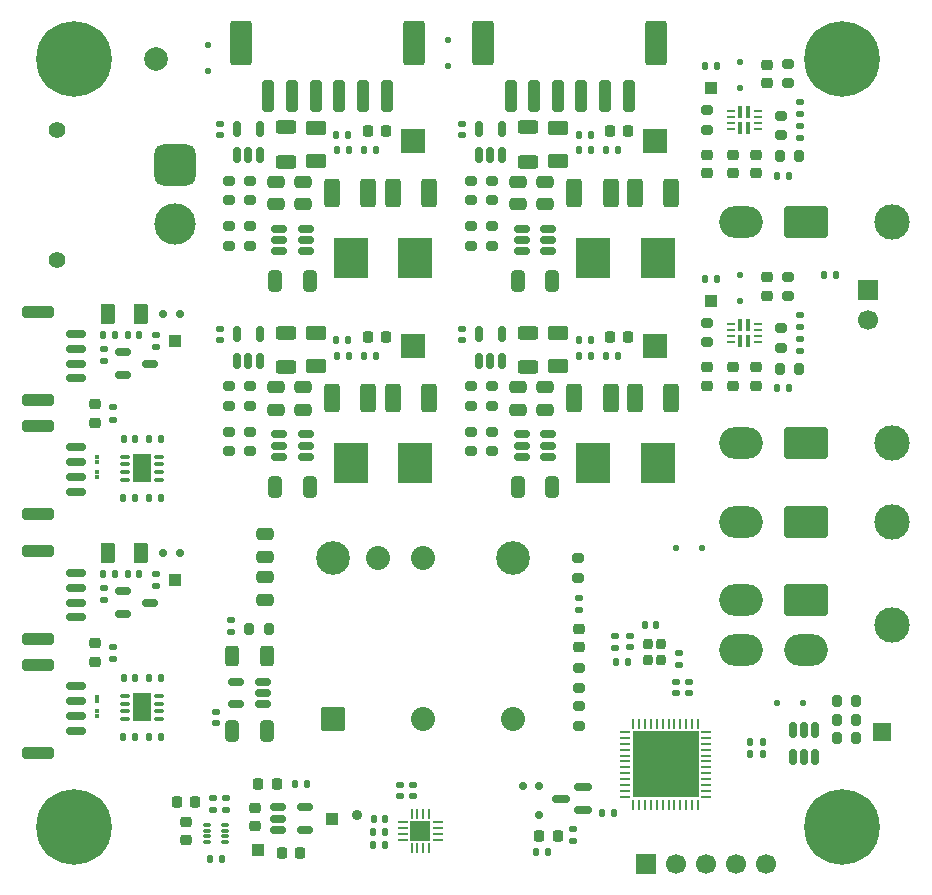
<source format=gbr>
%TF.GenerationSoftware,KiCad,Pcbnew,9.0.6*%
%TF.CreationDate,2026-01-12T10:20:26-08:00*%
%TF.ProjectId,vrb,7672622e-6b69-4636-9164-5f7063625858,rev?*%
%TF.SameCoordinates,Original*%
%TF.FileFunction,Soldermask,Top*%
%TF.FilePolarity,Negative*%
%FSLAX46Y46*%
G04 Gerber Fmt 4.6, Leading zero omitted, Abs format (unit mm)*
G04 Created by KiCad (PCBNEW 9.0.6) date 2026-01-12 10:20:26*
%MOMM*%
%LPD*%
G01*
G04 APERTURE LIST*
G04 Aperture macros list*
%AMRoundRect*
0 Rectangle with rounded corners*
0 $1 Rounding radius*
0 $2 $3 $4 $5 $6 $7 $8 $9 X,Y pos of 4 corners*
0 Add a 4 corners polygon primitive as box body*
4,1,4,$2,$3,$4,$5,$6,$7,$8,$9,$2,$3,0*
0 Add four circle primitives for the rounded corners*
1,1,$1+$1,$2,$3*
1,1,$1+$1,$4,$5*
1,1,$1+$1,$6,$7*
1,1,$1+$1,$8,$9*
0 Add four rect primitives between the rounded corners*
20,1,$1+$1,$2,$3,$4,$5,0*
20,1,$1+$1,$4,$5,$6,$7,0*
20,1,$1+$1,$6,$7,$8,$9,0*
20,1,$1+$1,$8,$9,$2,$3,0*%
G04 Aperture macros list end*
%ADD10RoundRect,0.218750X-0.218750X-0.256250X0.218750X-0.256250X0.218750X0.256250X-0.218750X0.256250X0*%
%ADD11C,2.000000*%
%ADD12C,0.800000*%
%ADD13C,6.400000*%
%ADD14RoundRect,0.250000X0.250000X1.100000X-0.250000X1.100000X-0.250000X-1.100000X0.250000X-1.100000X0*%
%ADD15RoundRect,0.250000X0.650000X1.650000X-0.650000X1.650000X-0.650000X-1.650000X0.650000X-1.650000X0*%
%ADD16RoundRect,0.150000X-0.150000X-0.200000X0.150000X-0.200000X0.150000X0.200000X-0.150000X0.200000X0*%
%ADD17RoundRect,0.200000X-0.275000X0.200000X-0.275000X-0.200000X0.275000X-0.200000X0.275000X0.200000X0*%
%ADD18RoundRect,0.135000X0.135000X0.185000X-0.135000X0.185000X-0.135000X-0.185000X0.135000X-0.185000X0*%
%ADD19RoundRect,0.250000X-0.475000X0.250000X-0.475000X-0.250000X0.475000X-0.250000X0.475000X0.250000X0*%
%ADD20R,1.000000X1.000000*%
%ADD21RoundRect,0.135000X0.185000X-0.135000X0.185000X0.135000X-0.185000X0.135000X-0.185000X-0.135000X0*%
%ADD22RoundRect,0.135000X-0.135000X-0.185000X0.135000X-0.185000X0.135000X0.185000X-0.135000X0.185000X0*%
%ADD23RoundRect,0.125000X0.125000X-0.125000X0.125000X0.125000X-0.125000X0.125000X-0.125000X-0.125000X0*%
%ADD24RoundRect,0.250000X0.625000X-0.312500X0.625000X0.312500X-0.625000X0.312500X-0.625000X-0.312500X0*%
%ADD25RoundRect,0.140000X0.170000X-0.140000X0.170000X0.140000X-0.170000X0.140000X-0.170000X-0.140000X0*%
%ADD26RoundRect,0.150000X0.150000X-0.512500X0.150000X0.512500X-0.150000X0.512500X-0.150000X-0.512500X0*%
%ADD27RoundRect,0.135000X-0.185000X0.135000X-0.185000X-0.135000X0.185000X-0.135000X0.185000X0.135000X0*%
%ADD28RoundRect,0.200000X0.275000X-0.200000X0.275000X0.200000X-0.275000X0.200000X-0.275000X-0.200000X0*%
%ADD29RoundRect,0.250000X-0.420000X-0.945000X0.420000X-0.945000X0.420000X0.945000X-0.420000X0.945000X0*%
%ADD30RoundRect,0.250000X-0.325000X-0.650000X0.325000X-0.650000X0.325000X0.650000X-0.325000X0.650000X0*%
%ADD31RoundRect,0.140000X-0.140000X-0.170000X0.140000X-0.170000X0.140000X0.170000X-0.140000X0.170000X0*%
%ADD32RoundRect,0.200000X-0.200000X-0.275000X0.200000X-0.275000X0.200000X0.275000X-0.200000X0.275000X0*%
%ADD33RoundRect,0.150000X-0.700000X0.150000X-0.700000X-0.150000X0.700000X-0.150000X0.700000X0.150000X0*%
%ADD34RoundRect,0.250000X-1.100000X0.250000X-1.100000X-0.250000X1.100000X-0.250000X1.100000X0.250000X0*%
%ADD35RoundRect,0.075000X0.350000X0.075000X-0.350000X0.075000X-0.350000X-0.075000X0.350000X-0.075000X0*%
%ADD36R,1.600000X2.400000*%
%ADD37R,2.000000X2.000000*%
%ADD38RoundRect,0.250000X0.475000X-0.250000X0.475000X0.250000X-0.475000X0.250000X-0.475000X-0.250000X0*%
%ADD39RoundRect,0.218750X-0.256250X0.218750X-0.256250X-0.218750X0.256250X-0.218750X0.256250X0.218750X0*%
%ADD40RoundRect,0.150000X-0.512500X-0.150000X0.512500X-0.150000X0.512500X0.150000X-0.512500X0.150000X0*%
%ADD41RoundRect,0.050000X-0.140000X-0.100000X0.140000X-0.100000X0.140000X0.100000X-0.140000X0.100000X0*%
%ADD42RoundRect,0.140000X-0.170000X0.140000X-0.170000X-0.140000X0.170000X-0.140000X0.170000X0.140000X0*%
%ADD43RoundRect,0.225000X-0.250000X0.225000X-0.250000X-0.225000X0.250000X-0.225000X0.250000X0.225000X0*%
%ADD44RoundRect,0.140000X0.140000X0.170000X-0.140000X0.170000X-0.140000X-0.170000X0.140000X-0.170000X0*%
%ADD45C,3.000000*%
%ADD46RoundRect,0.250001X-1.599999X1.099999X-1.599999X-1.099999X1.599999X-1.099999X1.599999X1.099999X0*%
%ADD47O,3.700000X2.700000*%
%ADD48RoundRect,0.250000X-0.625000X0.375000X-0.625000X-0.375000X0.625000X-0.375000X0.625000X0.375000X0*%
%ADD49RoundRect,0.250000X0.420000X0.945000X-0.420000X0.945000X-0.420000X-0.945000X0.420000X-0.945000X0*%
%ADD50RoundRect,0.150000X0.587500X0.150000X-0.587500X0.150000X-0.587500X-0.150000X0.587500X-0.150000X0*%
%ADD51RoundRect,0.125000X0.125000X0.125000X-0.125000X0.125000X-0.125000X-0.125000X0.125000X-0.125000X0*%
%ADD52RoundRect,0.062500X-0.062500X0.375000X-0.062500X-0.375000X0.062500X-0.375000X0.062500X0.375000X0*%
%ADD53RoundRect,0.062500X-0.375000X0.062500X-0.375000X-0.062500X0.375000X-0.062500X0.375000X0.062500X0*%
%ADD54R,5.600000X5.600000*%
%ADD55RoundRect,0.225000X0.250000X-0.225000X0.250000X0.225000X-0.250000X0.225000X-0.250000X-0.225000X0*%
%ADD56RoundRect,0.125000X-0.125000X-0.125000X0.125000X-0.125000X0.125000X0.125000X-0.125000X0.125000X0*%
%ADD57RoundRect,0.150000X-0.150000X0.512500X-0.150000X-0.512500X0.150000X-0.512500X0.150000X0.512500X0*%
%ADD58R,2.950000X3.500000*%
%ADD59RoundRect,0.218750X0.218750X0.256250X-0.218750X0.256250X-0.218750X-0.256250X0.218750X-0.256250X0*%
%ADD60RoundRect,0.218750X0.256250X-0.218750X0.256250X0.218750X-0.256250X0.218750X-0.256250X-0.218750X0*%
%ADD61RoundRect,0.250000X-0.375000X-0.625000X0.375000X-0.625000X0.375000X0.625000X-0.375000X0.625000X0*%
%ADD62RoundRect,0.050000X0.285000X0.100000X-0.285000X0.100000X-0.285000X-0.100000X0.285000X-0.100000X0*%
%ADD63RoundRect,0.100000X0.100000X-0.425000X0.100000X0.425000X-0.100000X0.425000X-0.100000X-0.425000X0*%
%ADD64RoundRect,0.050000X0.250000X-0.050000X0.250000X0.050000X-0.250000X0.050000X-0.250000X-0.050000X0*%
%ADD65R,1.500000X1.500000*%
%ADD66R,1.700000X1.700000*%
%ADD67C,1.700000*%
%ADD68RoundRect,0.225000X0.225000X0.250000X-0.225000X0.250000X-0.225000X-0.250000X0.225000X-0.250000X0*%
%ADD69RoundRect,0.200000X0.200000X0.275000X-0.200000X0.275000X-0.200000X-0.275000X0.200000X-0.275000X0*%
%ADD70RoundRect,0.062500X0.355000X0.062500X-0.355000X0.062500X-0.355000X-0.062500X0.355000X-0.062500X0*%
%ADD71RoundRect,0.062500X0.062500X0.355000X-0.062500X0.355000X-0.062500X-0.355000X0.062500X-0.355000X0*%
%ADD72R,1.680000X1.680000*%
%ADD73RoundRect,0.150000X0.150000X0.200000X-0.150000X0.200000X-0.150000X-0.200000X0.150000X-0.200000X0*%
%ADD74RoundRect,0.200000X0.200000X-0.250000X0.200000X0.250000X-0.200000X0.250000X-0.200000X-0.250000X0*%
%ADD75RoundRect,0.150000X0.512500X0.150000X-0.512500X0.150000X-0.512500X-0.150000X0.512500X-0.150000X0*%
%ADD76RoundRect,0.102000X0.915000X-0.915000X0.915000X0.915000X-0.915000X0.915000X-0.915000X-0.915000X0*%
%ADD77C,2.034000*%
%ADD78C,2.859000*%
%ADD79RoundRect,0.225000X-0.225000X-0.250000X0.225000X-0.250000X0.225000X0.250000X-0.225000X0.250000X0*%
%ADD80RoundRect,0.250000X0.312500X0.625000X-0.312500X0.625000X-0.312500X-0.625000X0.312500X-0.625000X0*%
%ADD81C,1.400000*%
%ADD82RoundRect,0.770000X0.980000X-0.980000X0.980000X0.980000X-0.980000X0.980000X-0.980000X-0.980000X0*%
%ADD83C,3.500000*%
%ADD84C,0.889000*%
%ADD85C,0.711200*%
G04 APERTURE END LIST*
D10*
%TO.C,D4*%
X102875000Y-71100000D03*
X104450000Y-71100000D03*
%TD*%
D11*
%TO.C,TP12*%
X85000000Y-65000000D03*
%TD*%
D12*
%TO.C,H3*%
X140600000Y-130000000D03*
X141302944Y-128302944D03*
X141302944Y-131697056D03*
X143000000Y-127600000D03*
D13*
X143000000Y-130000000D03*
D12*
X143000000Y-132400000D03*
X144697056Y-128302944D03*
X144697056Y-131697056D03*
X145400000Y-130000000D03*
%TD*%
D14*
%TO.C,J6*%
X124975000Y-68100000D03*
X122975000Y-68100000D03*
X120975000Y-68100000D03*
X118975000Y-68100000D03*
X116975000Y-68100000D03*
X114975000Y-68100000D03*
D15*
X127325000Y-63650000D03*
X112625000Y-63650000D03*
%TD*%
D16*
%TO.C,D19*%
X86986842Y-86542000D03*
X85586842Y-86542000D03*
%TD*%
D17*
%TO.C,R64*%
X138450000Y-65392500D03*
X138450000Y-67042500D03*
%TD*%
D18*
%TO.C,R56*%
X132460000Y-83620000D03*
X131440000Y-83620000D03*
%TD*%
D19*
%TO.C,C6*%
X95125000Y-75380000D03*
X95125000Y-77280000D03*
%TD*%
D20*
%TO.C,TP5*%
X86581842Y-109070000D03*
%TD*%
D21*
%TO.C,R50*%
X120750000Y-111610000D03*
X120750000Y-110590000D03*
%TD*%
D22*
%TO.C,R24*%
X120755000Y-90100000D03*
X121775000Y-90100000D03*
%TD*%
D23*
%TO.C,D13*%
X134400000Y-67437500D03*
X134400000Y-65237500D03*
%TD*%
D22*
%TO.C,R16*%
X120755000Y-72700000D03*
X121775000Y-72700000D03*
%TD*%
D24*
%TO.C,R23*%
X116475000Y-91062500D03*
X116475000Y-88137500D03*
%TD*%
D25*
%TO.C,C39*%
X130100000Y-118660000D03*
X130100000Y-117700000D03*
%TD*%
D26*
%TO.C,U4*%
X91825000Y-73137500D03*
X92775000Y-73137500D03*
X93725000Y-73137500D03*
X93725000Y-70862500D03*
X91825000Y-70862500D03*
%TD*%
D23*
%TO.C,D12*%
X134400000Y-85450000D03*
X134400000Y-83250000D03*
%TD*%
D27*
%TO.C,R74*%
X90885000Y-127535000D03*
X90885000Y-128555000D03*
%TD*%
D14*
%TO.C,J5*%
X104475000Y-68100000D03*
X102475000Y-68100000D03*
X100475000Y-68100000D03*
X98475000Y-68100000D03*
X96475000Y-68100000D03*
X94475000Y-68100000D03*
D15*
X106825000Y-63650000D03*
X92125000Y-63650000D03*
%TD*%
D28*
%TO.C,R10*%
X91125000Y-76935000D03*
X91125000Y-75285000D03*
%TD*%
D29*
%TO.C,C7*%
X105000000Y-76300000D03*
X108080000Y-76300000D03*
%TD*%
D17*
%TO.C,R55*%
X131650000Y-87325000D03*
X131650000Y-88975000D03*
%TD*%
D30*
%TO.C,C27*%
X91406474Y-121850000D03*
X94356474Y-121850000D03*
%TD*%
D10*
%TO.C,D6*%
X123375000Y-88500000D03*
X124950000Y-88500000D03*
%TD*%
D25*
%TO.C,C57*%
X125050000Y-114780000D03*
X125050000Y-113820000D03*
%TD*%
D31*
%TO.C,C25*%
X82212500Y-97156000D03*
X83172500Y-97156000D03*
%TD*%
D32*
%TO.C,R48*%
X92850000Y-113200000D03*
X94500000Y-113200000D03*
%TD*%
D28*
%TO.C,R21*%
X113425000Y-80775000D03*
X113425000Y-79125000D03*
%TD*%
D33*
%TO.C,J9*%
X78180000Y-97856000D03*
X78180000Y-99106000D03*
X78180000Y-100356000D03*
X78180000Y-101606000D03*
D34*
X74980000Y-96006000D03*
X74980000Y-103456000D03*
%TD*%
D28*
%TO.C,R34*%
X91125000Y-94335000D03*
X91125000Y-92685000D03*
%TD*%
D18*
%TO.C,R47*%
X136310000Y-123800000D03*
X135290000Y-123800000D03*
%TD*%
D25*
%TO.C,C38*%
X129000000Y-118660000D03*
X129000000Y-117700000D03*
%TD*%
D35*
%TO.C,U2*%
X85242500Y-120850000D03*
X85242500Y-120200000D03*
X85242500Y-119550000D03*
X85242500Y-118900000D03*
X82342500Y-118900000D03*
X82342500Y-119550000D03*
X82342500Y-120200000D03*
X82342500Y-120850000D03*
D36*
X83792500Y-119875000D03*
%TD*%
D37*
%TO.C,TP2*%
X127225000Y-71900000D03*
%TD*%
D27*
%TO.C,R67*%
X139450000Y-68612500D03*
X139450000Y-69632500D03*
%TD*%
%TO.C,R53*%
X139450000Y-86625000D03*
X139450000Y-87645000D03*
%TD*%
D38*
%TO.C,C14*%
X117875000Y-94680000D03*
X117875000Y-92780000D03*
%TD*%
D19*
%TO.C,C21*%
X95125000Y-92780000D03*
X95125000Y-94680000D03*
%TD*%
D26*
%TO.C,U8*%
X112325000Y-90537500D03*
X113275000Y-90537500D03*
X114225000Y-90537500D03*
X114225000Y-88262500D03*
X112325000Y-88262500D03*
%TD*%
D39*
%TO.C,D11*%
X120751474Y-113212500D03*
X120751474Y-114787500D03*
%TD*%
D30*
%TO.C,C15*%
X115575000Y-101200000D03*
X118525000Y-101200000D03*
%TD*%
D40*
%TO.C,U3*%
X95412500Y-79350000D03*
X95412500Y-80300000D03*
X95412500Y-81250000D03*
X97687500Y-81250000D03*
X97687500Y-80300000D03*
X97687500Y-79350000D03*
%TD*%
D21*
%TO.C,R49*%
X81280000Y-95498500D03*
X81280000Y-94478500D03*
%TD*%
D31*
%TO.C,C1*%
X82600000Y-108600000D03*
X83560000Y-108600000D03*
%TD*%
D18*
%TO.C,R61*%
X132460000Y-65607500D03*
X131440000Y-65607500D03*
%TD*%
D17*
%TO.C,R54*%
X138450000Y-83405000D03*
X138450000Y-85055000D03*
%TD*%
D21*
%TO.C,R6*%
X81280000Y-115742500D03*
X81280000Y-114722500D03*
%TD*%
D29*
%TO.C,C18*%
X125500000Y-93700000D03*
X128580000Y-93700000D03*
%TD*%
D27*
%TO.C,R4*%
X80520000Y-109780000D03*
X80520000Y-110800000D03*
%TD*%
D28*
%TO.C,R58*%
X137850000Y-89435000D03*
X137850000Y-87785000D03*
%TD*%
D31*
%TO.C,C2*%
X82212500Y-117400000D03*
X83172500Y-117400000D03*
%TD*%
D41*
%TO.C,D9*%
X79986842Y-99956000D03*
X79986842Y-100356000D03*
%TD*%
D42*
%TO.C,C50*%
X90400000Y-87840000D03*
X90400000Y-88800000D03*
%TD*%
D28*
%TO.C,R29*%
X113425000Y-98175000D03*
X113425000Y-96525000D03*
%TD*%
%TO.C,R18*%
X111625000Y-76935000D03*
X111625000Y-75285000D03*
%TD*%
D43*
%TO.C,C45*%
X87485000Y-129570000D03*
X87485000Y-131120000D03*
%TD*%
D18*
%TO.C,R60*%
X138560000Y-92860000D03*
X137540000Y-92860000D03*
%TD*%
D44*
%TO.C,C44*%
X104345000Y-129300000D03*
X103385000Y-129300000D03*
%TD*%
D10*
%TO.C,D20*%
X117412500Y-130750000D03*
X118987500Y-130750000D03*
%TD*%
D40*
%TO.C,U7*%
X115912500Y-96750000D03*
X115912500Y-97700000D03*
X115912500Y-98650000D03*
X118187500Y-98650000D03*
X118187500Y-97700000D03*
X118187500Y-96750000D03*
%TD*%
D45*
%TO.C,J4*%
X147300000Y-78800000D03*
D46*
X140000000Y-78800000D03*
D47*
X134500000Y-78800000D03*
%TD*%
D48*
%TO.C,F5*%
X98475000Y-88200000D03*
X98475000Y-91000000D03*
%TD*%
D20*
%TO.C,TP6*%
X131950000Y-85450000D03*
%TD*%
%TO.C,TP7*%
X131950000Y-67437500D03*
%TD*%
D45*
%TO.C,J10*%
X147300000Y-112919758D03*
D46*
X140000000Y-110819758D03*
D47*
X140000000Y-115019758D03*
X134500000Y-110819758D03*
X134500000Y-115019758D03*
%TD*%
D49*
%TO.C,C17*%
X123440000Y-93700000D03*
X120360000Y-93700000D03*
%TD*%
D19*
%TO.C,C29*%
X94175000Y-108850000D03*
X94175000Y-110750000D03*
%TD*%
%TO.C,C11*%
X115625000Y-75380000D03*
X115625000Y-77280000D03*
%TD*%
D43*
%TO.C,C34*%
X135720000Y-73062500D03*
X135720000Y-74612500D03*
%TD*%
D17*
%TO.C,R14*%
X91125000Y-79125000D03*
X91125000Y-80775000D03*
%TD*%
D42*
%TO.C,C47*%
X90400000Y-70440000D03*
X90400000Y-71400000D03*
%TD*%
D28*
%TO.C,R13*%
X92925000Y-80775000D03*
X92925000Y-79125000D03*
%TD*%
D19*
%TO.C,C16*%
X115625000Y-92780000D03*
X115625000Y-94680000D03*
%TD*%
D50*
%TO.C,Q3*%
X121137500Y-128550000D03*
X121137500Y-126650000D03*
X119262500Y-127600000D03*
%TD*%
D28*
%TO.C,R51*%
X120751474Y-121425000D03*
X120751474Y-119775000D03*
%TD*%
D51*
%TO.C,D21*%
X131200000Y-106400000D03*
X129000000Y-106400000D03*
%TD*%
D38*
%TO.C,C9*%
X117875000Y-77280000D03*
X117875000Y-75380000D03*
%TD*%
D40*
%TO.C,Q1*%
X82142500Y-110050000D03*
X82142500Y-111950000D03*
X84417500Y-111000000D03*
%TD*%
D45*
%TO.C,J13*%
X147300000Y-104200000D03*
D46*
X140000000Y-104200000D03*
D47*
X134500000Y-104200000D03*
%TD*%
D17*
%TO.C,R9*%
X92925000Y-75285000D03*
X92925000Y-76935000D03*
%TD*%
D52*
%TO.C,U1*%
X130850000Y-121262500D03*
X130350000Y-121262500D03*
X129850000Y-121262500D03*
X129350000Y-121262500D03*
X128850000Y-121262500D03*
X128350000Y-121262500D03*
X127850000Y-121262500D03*
X127350000Y-121262500D03*
X126850000Y-121262500D03*
X126350000Y-121262500D03*
X125850000Y-121262500D03*
X125350000Y-121262500D03*
D53*
X124662500Y-121950000D03*
X124662500Y-122450000D03*
X124662500Y-122950000D03*
X124662500Y-123450000D03*
X124662500Y-123950000D03*
X124662500Y-124450000D03*
X124662500Y-124950000D03*
X124662500Y-125450000D03*
X124662500Y-125950000D03*
X124662500Y-126450000D03*
X124662500Y-126950000D03*
X124662500Y-127450000D03*
D52*
X125350000Y-128137500D03*
X125850000Y-128137500D03*
X126350000Y-128137500D03*
X126850000Y-128137500D03*
X127350000Y-128137500D03*
X127850000Y-128137500D03*
X128350000Y-128137500D03*
X128850000Y-128137500D03*
X129350000Y-128137500D03*
X129850000Y-128137500D03*
X130350000Y-128137500D03*
X130850000Y-128137500D03*
D53*
X131537500Y-127450000D03*
X131537500Y-126950000D03*
X131537500Y-126450000D03*
X131537500Y-125950000D03*
X131537500Y-125450000D03*
X131537500Y-124950000D03*
X131537500Y-124450000D03*
X131537500Y-123950000D03*
X131537500Y-123450000D03*
X131537500Y-122950000D03*
X131537500Y-122450000D03*
X131537500Y-121950000D03*
D54*
X128100000Y-124700000D03*
%TD*%
D17*
%TO.C,R33*%
X92925000Y-92685000D03*
X92925000Y-94335000D03*
%TD*%
D32*
%TO.C,R82*%
X142575000Y-120900000D03*
X144225000Y-120900000D03*
%TD*%
D43*
%TO.C,C36*%
X133780000Y-73062500D03*
X133780000Y-74612500D03*
%TD*%
D41*
%TO.C,D1*%
X79986842Y-118950000D03*
X79986842Y-119350000D03*
%TD*%
D17*
%TO.C,R30*%
X111625000Y-96525000D03*
X111625000Y-98175000D03*
%TD*%
D55*
%TO.C,C30*%
X136650000Y-85005000D03*
X136650000Y-83455000D03*
%TD*%
D17*
%TO.C,R17*%
X113425000Y-75285000D03*
X113425000Y-76935000D03*
%TD*%
D32*
%TO.C,R59*%
X137775000Y-91235000D03*
X139425000Y-91235000D03*
%TD*%
D28*
%TO.C,R62*%
X137850000Y-71422500D03*
X137850000Y-69772500D03*
%TD*%
D22*
%TO.C,R70*%
X96740000Y-126370000D03*
X97760000Y-126370000D03*
%TD*%
D20*
%TO.C,TP9*%
X93600000Y-131930000D03*
%TD*%
D27*
%TO.C,R44*%
X91300000Y-112490000D03*
X91300000Y-113510000D03*
%TD*%
D22*
%TO.C,R39*%
X80470000Y-88356000D03*
X81490000Y-88356000D03*
%TD*%
D18*
%TO.C,R66*%
X138560000Y-74847500D03*
X137540000Y-74847500D03*
%TD*%
D56*
%TO.C,D14*%
X137550000Y-119500000D03*
X139750000Y-119500000D03*
%TD*%
D55*
%TO.C,C33*%
X136650000Y-66992500D03*
X136650000Y-65442500D03*
%TD*%
D22*
%TO.C,R46*%
X84362500Y-102156000D03*
X85382500Y-102156000D03*
%TD*%
D48*
%TO.C,F2*%
X98475000Y-70800000D03*
X98475000Y-73600000D03*
%TD*%
D22*
%TO.C,R12*%
X102562500Y-72700000D03*
X103582500Y-72700000D03*
%TD*%
D43*
%TO.C,C31*%
X135720000Y-91075000D03*
X135720000Y-92625000D03*
%TD*%
D57*
%TO.C,Q4*%
X140750000Y-121762500D03*
X139800000Y-121762500D03*
X138850000Y-121762500D03*
X138850000Y-124037500D03*
X139800000Y-124037500D03*
X140750000Y-124037500D03*
%TD*%
D41*
%TO.C,D2*%
X79986842Y-120200000D03*
X79986842Y-120600000D03*
%TD*%
D38*
%TO.C,C19*%
X97375000Y-94680000D03*
X97375000Y-92780000D03*
%TD*%
D18*
%TO.C,R77*%
X90520000Y-132700000D03*
X89500000Y-132700000D03*
%TD*%
D58*
%TO.C,L4*%
X101475000Y-99200000D03*
X106925000Y-99200000D03*
%TD*%
D59*
%TO.C,D18*%
X95200000Y-126370000D03*
X93625000Y-126370000D03*
%TD*%
D22*
%TO.C,R8*%
X100255000Y-72700000D03*
X101275000Y-72700000D03*
%TD*%
D25*
%TO.C,C42*%
X105585000Y-127360000D03*
X105585000Y-126400000D03*
%TD*%
D42*
%TO.C,C49*%
X110900000Y-87840000D03*
X110900000Y-88800000D03*
%TD*%
D40*
%TO.C,U16*%
X95300000Y-128330000D03*
X95300000Y-129280000D03*
X95300000Y-130230000D03*
X97575000Y-130230000D03*
X97575000Y-128330000D03*
%TD*%
D22*
%TO.C,R1*%
X80470000Y-108600000D03*
X81490000Y-108600000D03*
%TD*%
%TO.C,R40*%
X82182500Y-102156000D03*
X83202500Y-102156000D03*
%TD*%
D60*
%TO.C,D3*%
X79780000Y-116000000D03*
X79780000Y-114425000D03*
%TD*%
D42*
%TO.C,C48*%
X110900000Y-70440000D03*
X110900000Y-71400000D03*
%TD*%
D23*
%TO.C,D16*%
X109700000Y-65600000D03*
X109700000Y-63400000D03*
%TD*%
D58*
%TO.C,L3*%
X121975000Y-99200000D03*
X127425000Y-99200000D03*
%TD*%
D18*
%TO.C,R69*%
X136310000Y-122800000D03*
X135290000Y-122800000D03*
%TD*%
D29*
%TO.C,C23*%
X105000000Y-93700000D03*
X108080000Y-93700000D03*
%TD*%
D61*
%TO.C,F1*%
X80930000Y-106775000D03*
X83730000Y-106775000D03*
%TD*%
D10*
%TO.C,D7*%
X102875000Y-88500000D03*
X104450000Y-88500000D03*
%TD*%
D35*
%TO.C,U11*%
X85242500Y-100606000D03*
X85242500Y-99956000D03*
X85242500Y-99306000D03*
X85242500Y-98656000D03*
X82342500Y-98656000D03*
X82342500Y-99306000D03*
X82342500Y-99956000D03*
X82342500Y-100606000D03*
D36*
X83792500Y-99631000D03*
%TD*%
D40*
%TO.C,Q2*%
X82142500Y-89806000D03*
X82142500Y-91706000D03*
X84417500Y-90756000D03*
%TD*%
D58*
%TO.C,L2*%
X121975000Y-81800000D03*
X127425000Y-81800000D03*
%TD*%
D40*
%TO.C,U5*%
X115912500Y-79350000D03*
X115912500Y-80300000D03*
X115912500Y-81250000D03*
X118187500Y-81250000D03*
X118187500Y-80300000D03*
X118187500Y-79350000D03*
%TD*%
D43*
%TO.C,C37*%
X133780000Y-91075000D03*
X133780000Y-92625000D03*
%TD*%
D18*
%TO.C,R19*%
X121750000Y-71400000D03*
X120730000Y-71400000D03*
%TD*%
D41*
%TO.C,D8*%
X79986842Y-98706000D03*
X79986842Y-99106000D03*
%TD*%
D12*
%TO.C,H1*%
X75600000Y-65000000D03*
X76302944Y-63302944D03*
X76302944Y-66697056D03*
X78000000Y-62600000D03*
D13*
X78000000Y-65000000D03*
D12*
X78000000Y-67400000D03*
X79697056Y-63302944D03*
X79697056Y-66697056D03*
X80400000Y-65000000D03*
%TD*%
D27*
%TO.C,R65*%
X139450000Y-70637500D03*
X139450000Y-71657500D03*
%TD*%
D62*
%TO.C,U18*%
X90775000Y-131300000D03*
X90775000Y-130800000D03*
X90775000Y-130300000D03*
X90775000Y-129800000D03*
X89295000Y-129800000D03*
X89295000Y-130300000D03*
X89295000Y-130800000D03*
X89295000Y-131300000D03*
%TD*%
D24*
%TO.C,R15*%
X116475000Y-73662500D03*
X116475000Y-70737500D03*
%TD*%
D38*
%TO.C,C4*%
X97375000Y-77280000D03*
X97375000Y-75380000D03*
%TD*%
D33*
%TO.C,J2*%
X78180000Y-108500000D03*
X78180000Y-109750000D03*
X78180000Y-111000000D03*
X78180000Y-112250000D03*
D34*
X74980000Y-106650000D03*
X74980000Y-114100000D03*
%TD*%
D29*
%TO.C,C12*%
X125500000Y-76300000D03*
X128580000Y-76300000D03*
%TD*%
D48*
%TO.C,F3*%
X118975000Y-70800000D03*
X118975000Y-73600000D03*
%TD*%
D24*
%TO.C,R31*%
X95975000Y-91062500D03*
X95975000Y-88137500D03*
%TD*%
D63*
%TO.C,U14*%
X134400000Y-88825000D03*
X135100000Y-88825000D03*
D64*
X135900000Y-88900000D03*
X135900000Y-88400000D03*
X135900000Y-87900000D03*
X135900000Y-87400000D03*
D63*
X135100000Y-87475000D03*
X134400000Y-87475000D03*
D64*
X133600000Y-87400000D03*
X133600000Y-87900000D03*
X133600000Y-88400000D03*
X133600000Y-88900000D03*
%TD*%
D21*
%TO.C,R84*%
X120300000Y-131210000D03*
X120300000Y-130190000D03*
%TD*%
D30*
%TO.C,C10*%
X115575000Y-83800000D03*
X118525000Y-83800000D03*
%TD*%
D17*
%TO.C,R22*%
X111625000Y-79125000D03*
X111625000Y-80775000D03*
%TD*%
D43*
%TO.C,C40*%
X93330000Y-128355000D03*
X93330000Y-129905000D03*
%TD*%
D26*
%TO.C,U6*%
X112325000Y-73137500D03*
X113275000Y-73137500D03*
X114225000Y-73137500D03*
X114225000Y-70862500D03*
X112325000Y-70862500D03*
%TD*%
D42*
%TO.C,C51*%
X90000000Y-120240000D03*
X90000000Y-121200000D03*
%TD*%
D25*
%TO.C,C46*%
X106685000Y-127360000D03*
X106685000Y-126400000D03*
%TD*%
D31*
%TO.C,C24*%
X82600000Y-88356000D03*
X83560000Y-88356000D03*
%TD*%
D17*
%TO.C,R25*%
X113425000Y-92685000D03*
X113425000Y-94335000D03*
%TD*%
D49*
%TO.C,C13*%
X123440000Y-76300000D03*
X120360000Y-76300000D03*
%TD*%
D22*
%TO.C,R73*%
X103345000Y-130400000D03*
X104365000Y-130400000D03*
%TD*%
D23*
%TO.C,D15*%
X89400000Y-66027500D03*
X89400000Y-63827500D03*
%TD*%
D27*
%TO.C,R45*%
X80520000Y-89536000D03*
X80520000Y-90556000D03*
%TD*%
D65*
%TO.C,TP11*%
X146400000Y-121980000D03*
%TD*%
D45*
%TO.C,J3*%
X147300000Y-97450000D03*
D46*
X140000000Y-97450000D03*
D47*
X134500000Y-97450000D03*
%TD*%
D48*
%TO.C,F4*%
X118975000Y-88200000D03*
X118975000Y-91000000D03*
%TD*%
D66*
%TO.C,J8*%
X126420000Y-133100000D03*
D67*
X128960000Y-133100000D03*
X131500000Y-133100000D03*
X134040000Y-133100000D03*
X136580000Y-133100000D03*
%TD*%
D63*
%TO.C,U15*%
X134400000Y-70812500D03*
X135100000Y-70812500D03*
D64*
X135900000Y-70887500D03*
X135900000Y-70387500D03*
X135900000Y-69887500D03*
X135900000Y-69387500D03*
D63*
X135100000Y-69462500D03*
X134400000Y-69462500D03*
D64*
X133600000Y-69387500D03*
X133600000Y-69887500D03*
X133600000Y-70387500D03*
X133600000Y-70887500D03*
%TD*%
D10*
%TO.C,D5*%
X123375000Y-71100000D03*
X124950000Y-71100000D03*
%TD*%
D68*
%TO.C,C43*%
X88285000Y-127845000D03*
X86735000Y-127845000D03*
%TD*%
D69*
%TO.C,R81*%
X144225000Y-119300000D03*
X142575000Y-119300000D03*
%TD*%
D70*
%TO.C,U17*%
X108800000Y-131100000D03*
X108800000Y-130600000D03*
X108800000Y-130100000D03*
X108800000Y-129600000D03*
D71*
X108092500Y-128892500D03*
X107592500Y-128892500D03*
X107092500Y-128892500D03*
X106592500Y-128892500D03*
D70*
X105885000Y-129600000D03*
X105885000Y-130100000D03*
X105885000Y-130600000D03*
X105885000Y-131100000D03*
D71*
X106592500Y-131807500D03*
X107092500Y-131807500D03*
X107592500Y-131807500D03*
X108092500Y-131807500D03*
D72*
X107342500Y-130350000D03*
%TD*%
D28*
%TO.C,R43*%
X120725000Y-108875000D03*
X120725000Y-107225000D03*
%TD*%
D27*
%TO.C,R3*%
X84980000Y-108560000D03*
X84980000Y-109580000D03*
%TD*%
D37*
%TO.C,TP3*%
X127225000Y-89300000D03*
%TD*%
D43*
%TO.C,C35*%
X131650000Y-73062500D03*
X131650000Y-74612500D03*
%TD*%
D18*
%TO.C,R35*%
X101250000Y-88800000D03*
X100230000Y-88800000D03*
%TD*%
D58*
%TO.C,L1*%
X101475000Y-81800000D03*
X106925000Y-81800000D03*
%TD*%
D16*
%TO.C,D17*%
X86986842Y-106786000D03*
X85586842Y-106786000D03*
%TD*%
D19*
%TO.C,C28*%
X94175000Y-105200000D03*
X94175000Y-107100000D03*
%TD*%
D31*
%TO.C,C55*%
X126370000Y-112900000D03*
X127330000Y-112900000D03*
%TD*%
D24*
%TO.C,R7*%
X95975000Y-73662500D03*
X95975000Y-70737500D03*
%TD*%
D32*
%TO.C,R83*%
X142575000Y-122500000D03*
X144225000Y-122500000D03*
%TD*%
D30*
%TO.C,C20*%
X95075000Y-101200000D03*
X98025000Y-101200000D03*
%TD*%
D33*
%TO.C,J1*%
X78180000Y-118100000D03*
X78180000Y-119350000D03*
X78180000Y-120600000D03*
X78180000Y-121850000D03*
D34*
X74980000Y-116250000D03*
X74980000Y-123700000D03*
%TD*%
D73*
%TO.C,D22*%
X116000000Y-126500000D03*
X117400000Y-126500000D03*
%TD*%
D20*
%TO.C,TP10*%
X99900000Y-129300000D03*
%TD*%
D74*
%TO.C,Y1*%
X127750000Y-115900000D03*
X127750000Y-114500000D03*
X126650000Y-114500000D03*
X126650000Y-115900000D03*
%TD*%
D12*
%TO.C,H2*%
X140600000Y-65000000D03*
X141302944Y-63302944D03*
X141302944Y-66697056D03*
X143000000Y-62600000D03*
D13*
X143000000Y-65000000D03*
D12*
X143000000Y-67400000D03*
X144697056Y-63302944D03*
X144697056Y-66697056D03*
X145400000Y-65000000D03*
%TD*%
D49*
%TO.C,C22*%
X102940000Y-93700000D03*
X99860000Y-93700000D03*
%TD*%
D75*
%TO.C,U13*%
X94018974Y-119600000D03*
X94018974Y-118650000D03*
X94018974Y-117700000D03*
X91743974Y-117700000D03*
X91743974Y-119600000D03*
%TD*%
D18*
%TO.C,R75*%
X104365000Y-131500000D03*
X103345000Y-131500000D03*
%TD*%
D17*
%TO.C,R38*%
X91125000Y-96525000D03*
X91125000Y-98175000D03*
%TD*%
D20*
%TO.C,TP8*%
X86581842Y-88826000D03*
%TD*%
D25*
%TO.C,C54*%
X129250000Y-116250000D03*
X129250000Y-115290000D03*
%TD*%
D22*
%TO.C,R78*%
X117142500Y-132150000D03*
X118162500Y-132150000D03*
%TD*%
D27*
%TO.C,R71*%
X123850000Y-113790000D03*
X123850000Y-114810000D03*
%TD*%
D30*
%TO.C,C5*%
X95075000Y-83800000D03*
X98025000Y-83800000D03*
%TD*%
D21*
%TO.C,R76*%
X89785000Y-128555000D03*
X89785000Y-127535000D03*
%TD*%
D49*
%TO.C,C8*%
X102940000Y-76300000D03*
X99860000Y-76300000D03*
%TD*%
D22*
%TO.C,R2*%
X82182500Y-122400000D03*
X83202500Y-122400000D03*
%TD*%
D66*
%TO.C,J14*%
X145250000Y-84500000D03*
D67*
X145250000Y-87040000D03*
%TD*%
D37*
%TO.C,TP1*%
X106725000Y-71900000D03*
%TD*%
D22*
%TO.C,R36*%
X102562500Y-90100000D03*
X103582500Y-90100000D03*
%TD*%
D26*
%TO.C,U10*%
X91825000Y-90537500D03*
X92775000Y-90537500D03*
X93725000Y-90537500D03*
X93725000Y-88262500D03*
X91825000Y-88262500D03*
%TD*%
D18*
%TO.C,R85*%
X123720000Y-128830000D03*
X122700000Y-128830000D03*
%TD*%
D17*
%TO.C,R68*%
X131650000Y-69312500D03*
X131650000Y-70962500D03*
%TD*%
D40*
%TO.C,U9*%
X95412500Y-96750000D03*
X95412500Y-97700000D03*
X95412500Y-98650000D03*
X97687500Y-98650000D03*
X97687500Y-97700000D03*
X97687500Y-96750000D03*
%TD*%
D44*
%TO.C,C3*%
X85352500Y-117400000D03*
X84392500Y-117400000D03*
%TD*%
D76*
%TO.C,U12*%
X99931474Y-120850000D03*
D77*
X107551474Y-120850000D03*
X115171474Y-120850000D03*
D78*
X115171474Y-107250000D03*
D77*
X107551474Y-107250000D03*
X103741474Y-107250000D03*
D78*
X99931474Y-107250000D03*
%TD*%
D18*
%TO.C,R27*%
X121750000Y-88800000D03*
X120730000Y-88800000D03*
%TD*%
D28*
%TO.C,R37*%
X92925000Y-98175000D03*
X92925000Y-96525000D03*
%TD*%
D18*
%TO.C,R11*%
X101250000Y-71400000D03*
X100230000Y-71400000D03*
%TD*%
D27*
%TO.C,R41*%
X84980000Y-88316000D03*
X84980000Y-89336000D03*
%TD*%
D79*
%TO.C,C41*%
X95625000Y-132200000D03*
X97175000Y-132200000D03*
%TD*%
D80*
%TO.C,R42*%
X94343974Y-115500000D03*
X91418974Y-115500000D03*
%TD*%
D22*
%TO.C,R28*%
X123062500Y-90100000D03*
X124082500Y-90100000D03*
%TD*%
%TO.C,R20*%
X123062500Y-72700000D03*
X124082500Y-72700000D03*
%TD*%
D37*
%TO.C,TP4*%
X106725000Y-89300000D03*
%TD*%
D27*
%TO.C,R57*%
X139450000Y-88650000D03*
X139450000Y-89670000D03*
%TD*%
D28*
%TO.C,R52*%
X120750000Y-118225000D03*
X120750000Y-116575000D03*
%TD*%
%TO.C,R26*%
X111625000Y-94335000D03*
X111625000Y-92685000D03*
%TD*%
D32*
%TO.C,R63*%
X137775000Y-73222500D03*
X139425000Y-73222500D03*
%TD*%
D61*
%TO.C,F6*%
X80930000Y-86531000D03*
X83730000Y-86531000D03*
%TD*%
D43*
%TO.C,C32*%
X131650000Y-91075000D03*
X131650000Y-92625000D03*
%TD*%
D81*
%TO.C,J11*%
X76600000Y-81976750D03*
X76600000Y-70976750D03*
D82*
X86600000Y-73976750D03*
D83*
X86600000Y-78976750D03*
%TD*%
D33*
%TO.C,J7*%
X78180000Y-88256000D03*
X78180000Y-89506000D03*
X78180000Y-90756000D03*
X78180000Y-92006000D03*
D34*
X74980000Y-86406000D03*
X74980000Y-93856000D03*
%TD*%
D22*
%TO.C,R5*%
X84362500Y-122400000D03*
X85382500Y-122400000D03*
%TD*%
D60*
%TO.C,D10*%
X79780000Y-95756000D03*
X79780000Y-94181000D03*
%TD*%
D18*
%TO.C,R72*%
X124960000Y-115990000D03*
X123940000Y-115990000D03*
%TD*%
D12*
%TO.C,H4*%
X75600000Y-130000000D03*
X76302944Y-128302944D03*
X76302944Y-131697056D03*
X78000000Y-127600000D03*
D13*
X78000000Y-130000000D03*
D12*
X78000000Y-132400000D03*
X79697056Y-128302944D03*
X79697056Y-131697056D03*
X80400000Y-130000000D03*
%TD*%
D22*
%TO.C,R32*%
X100255000Y-90100000D03*
X101275000Y-90100000D03*
%TD*%
D44*
%TO.C,C26*%
X85352500Y-97156000D03*
X84392500Y-97156000D03*
%TD*%
D22*
%TO.C,R79*%
X141480000Y-83250000D03*
X142500000Y-83250000D03*
%TD*%
D84*
%TO.C,J12*%
X101954910Y-129000000D03*
D85*
X117347310Y-129000000D03*
%TD*%
M02*

</source>
